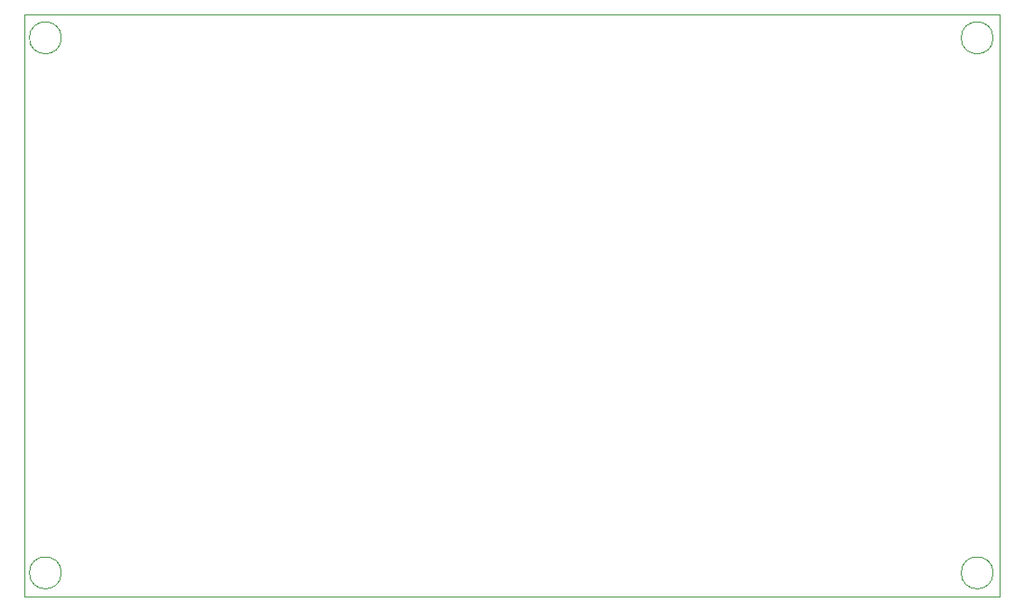
<source format=gm1>
G04 #@! TF.GenerationSoftware,KiCad,Pcbnew,9.0.1*
G04 #@! TF.CreationDate,2025-09-10T18:35:39+05:00*
G04 #@! TF.ProjectId,sine_wave_inverter,73696e65-5f77-4617-9665-5f696e766572,rev?*
G04 #@! TF.SameCoordinates,Original*
G04 #@! TF.FileFunction,Profile,NP*
%FSLAX46Y46*%
G04 Gerber Fmt 4.6, Leading zero omitted, Abs format (unit mm)*
G04 Created by KiCad (PCBNEW 9.0.1) date 2025-09-10 18:35:39*
%MOMM*%
%LPD*%
G01*
G04 APERTURE LIST*
G04 #@! TA.AperFunction,Profile*
%ADD10C,0.050000*%
G04 #@! TD*
G04 APERTURE END LIST*
D10*
X145380000Y-66290000D02*
G75*
G02*
X142380000Y-66290000I-1500000J0D01*
G01*
X142380000Y-66290000D02*
G75*
G02*
X145380000Y-66290000I1500000J0D01*
G01*
X58010000Y-66290000D02*
G75*
G02*
X55010000Y-66290000I-1500000J0D01*
G01*
X55010000Y-66290000D02*
G75*
G02*
X58010000Y-66290000I1500000J0D01*
G01*
X58010000Y-116480000D02*
G75*
G02*
X55010000Y-116480000I-1500000J0D01*
G01*
X55010000Y-116480000D02*
G75*
G02*
X58010000Y-116480000I1500000J0D01*
G01*
X145380000Y-116480000D02*
G75*
G02*
X142380000Y-116480000I-1500000J0D01*
G01*
X142380000Y-116480000D02*
G75*
G02*
X145380000Y-116480000I1500000J0D01*
G01*
X54570000Y-64080000D02*
X145950000Y-64080000D01*
X145950000Y-118670000D01*
X54570000Y-118670000D01*
X54570000Y-64080000D01*
M02*

</source>
